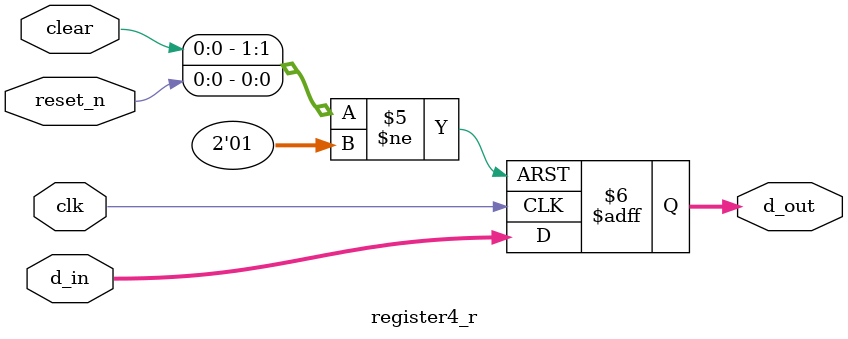
<source format=v>
module register4_r(clk, reset_n,clear, d_in, d_out); //[LAB05]Asynchronous resettable d ff
	input clk, reset_n,clear; // reset active low
	input [3:0] d_in;
	output reg [3:0] d_out;
	
	always@(posedge clk or negedge reset_n or posedge clear)
	begin
		if(reset_n == 0)		d_out <= 4'b0;
		else if(clear == 1)	d_out <= 4'b0;
		else						d_out <= d_in;
	end
endmodule
</source>
